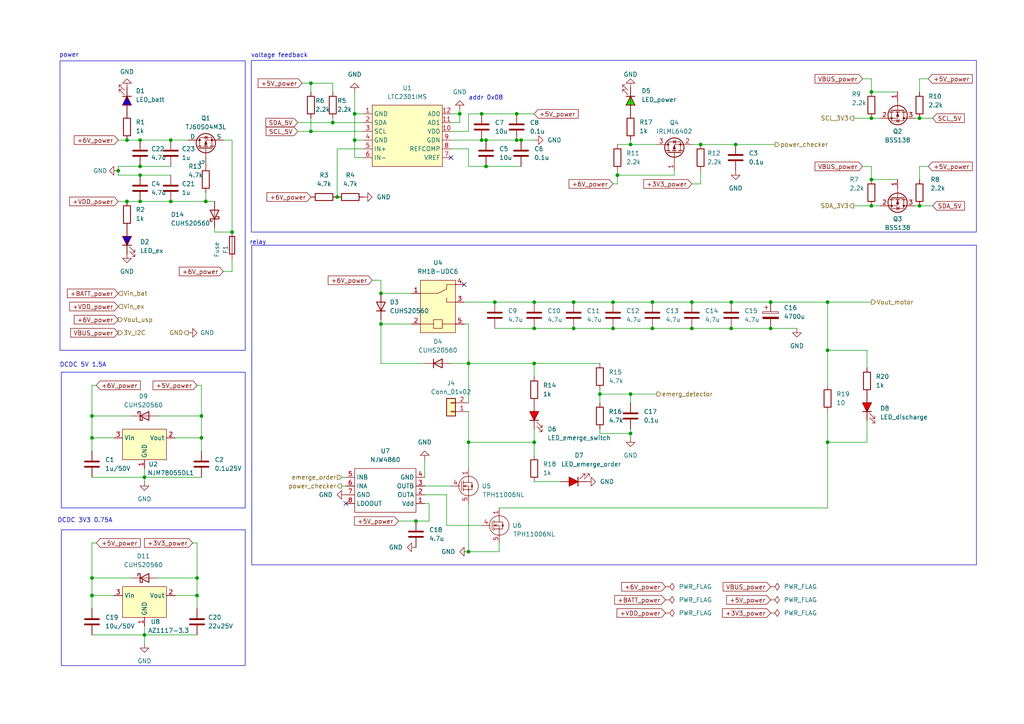
<source format=kicad_sch>
(kicad_sch (version 20230121) (generator eeschema)
  (paper "A4")
  (lib_symbols
    (symbol "Connector_Generic:Conn_01x02" (pin_names (offset 1.016) hide)
      (property "Reference" "J" (at 0 2.54 0))
      (property "Value" "Conn_01x02" (at 0 -5.08 0))
      (symbol "Conn_01x02_1_1"
        (pin passive line (at -5.08 0 0) (length 3.81) (name "Pin_1") (number "1"))
        (pin passive line (at -5.08 -2.54 0) (length 3.81) (name "Pin_2") (number "2"))
      )
    )
    (symbol "Device:C" (pin_numbers hide) (pin_names (offset 0.254))
      (property "Reference" "C" (at 0.635 2.54 0))
      (property "Value" "C" (at 0.635 -2.54 0))
      (symbol "C_1_1"
        (pin passive line (at 0 3.81 270) (length 2.794) (name "~") (number "1"))
        (pin passive line (at 0 -3.81 90) (length 2.794) (name "~") (number "2"))
      )
    )
    (symbol "Device:C_Polarized" (pin_numbers hide) (pin_names (offset 0.254))
      (property "Reference" "C" (at 0.635 2.54 0))
      (property "Value" "C_Polarized" (at 0.635 -2.54 0))
      (symbol "C_Polarized_1_1"
        (pin passive line (at 0 3.81 270) (length 2.794) (name "~") (number "1"))
        (pin passive line (at 0 -3.81 90) (length 2.794) (name "~") (number "2"))
      )
    )
    (symbol "Device:D" (pin_numbers hide) (pin_names (offset 1.016) hide)
      (property "Reference" "D" (at 0 2.54 0))
      (property "Value" "D" (at 0 -2.54 0))
      (symbol "D_1_1"
        (pin passive line (at -3.81 0 0) (length 2.54) (name "K") (number "1"))
        (pin passive line (at 3.81 0 180) (length 2.54) (name "A") (number "2"))
      )
    )
    (symbol "Device:D_Schottky" (pin_numbers hide) (pin_names (offset 1.016) hide)
      (property "Reference" "D" (at 0 2.54 0))
      (property "Value" "D_Schottky" (at 0 -2.54 0))
      (symbol "D_Schottky_1_1"
        (pin passive line (at -3.81 0 0) (length 2.54) (name "K") (number "1"))
        (pin passive line (at 3.81 0 180) (length 2.54) (name "A") (number "2"))
      )
    )
    (symbol "Device:Fuse" (pin_numbers hide) (pin_names (offset 0))
      (property "Reference" "F" (at 2.032 0 90))
      (property "Value" "Fuse" (at -1.905 0 90))
      (symbol "Fuse_1_1"
        (pin passive line (at 0 3.81 270) (length 1.27) (name "~") (number "1"))
        (pin passive line (at 0 -3.81 90) (length 1.27) (name "~") (number "2"))
      )
    )
    (symbol "Device:R" (pin_numbers hide) (pin_names (offset 0))
      (property "Reference" "R" (at 2.032 0 90))
      (property "Value" "R" (at 0 0 90))
      (symbol "R_1_1"
        (pin passive line (at 0 3.81 270) (length 1.27) (name "~") (number "1"))
        (pin passive line (at 0 -3.81 90) (length 1.27) (name "~") (number "2"))
      )
    )
    (symbol "LED_Filled_1" (pin_numbers hide) (pin_names (offset 1.016) hide)
      (property "Reference" "D5" (at -2.8575 2.54 90))
      (property "Value" "LED_Blue" (at -0.3175 2.54 90))
      (symbol "LED_Filled_1_1_1"
        (pin passive line (at -3.81 0 0) (length 2.54) (name "K") (number "1"))
        (pin passive line (at 3.81 0 180) (length 2.54) (name "A") (number "2"))
      )
    )
    (symbol "LED_Filled_2" (pin_numbers hide) (pin_names (offset 1.016) hide)
      (property "Reference" "D1" (at -2.8575 2.54 90))
      (property "Value" "LED_Green" (at -0.3175 2.54 90))
      (symbol "LED_Filled_2_1_1"
        (pin passive line (at -3.81 0 0) (length 2.54) (name "K") (number "1"))
        (pin passive line (at 3.81 0 180) (length 2.54) (name "A") (number "2"))
      )
    )
    (symbol "LED_Filled_3" (pin_numbers hide) (pin_names (offset 1.016) hide)
      (property "Reference" "D6" (at -0.3175 -3.81 90))
      (property "Value" "LED_Red" (at -2.8575 -3.81 90))
      (symbol "LED_Filled_3_1_1"
        (pin passive line (at -3.81 0 0) (length 2.54) (name "K") (number "1"))
        (pin passive line (at 3.81 0 180) (length 2.54) (name "A") (number "2"))
      )
    )
    (symbol "Simulation_SPICE:PMOS" (pin_numbers hide) (pin_names (offset 0))
      (property "Reference" "Q" (at 5.08 1.27 0))
      (property "Value" "PMOS" (at 5.08 -1.27 0))
      (symbol "PMOS_1_1"
        (pin passive line (at 2.54 5.08 270) (length 2.54) (name "D") (number "1"))
        (pin input line (at -5.08 0 0) (length 2.54) (name "G") (number "2"))
        (pin passive line (at 2.54 -5.08 90) (length 2.54) (name "S") (number "3"))
      )
    )
    (symbol "Transistor_FET:BSS138" (pin_names hide)
      (property "Reference" "Q" (at 5.08 1.905 0))
      (property "Value" "BSS138" (at 5.08 0 0))
      (symbol "BSS138_1_1"
        (pin input line (at -5.08 0 0) (length 2.54) (name "G") (number "1"))
        (pin passive line (at 2.54 -5.08 90) (length 2.54) (name "S") (number "2"))
        (pin passive line (at 2.54 5.08 270) (length 2.54) (name "D") (number "3"))
      )
    )
    (symbol "Transistor_FET:IRLML6402" (pin_names hide)
      (property "Reference" "Q" (at 5.08 1.905 0))
      (property "Value" "IRLML6402" (at 5.08 0 0))
      (symbol "IRLML6402_1_1"
        (pin input line (at -5.08 0 0) (length 2.54) (name "G") (number "1"))
        (pin passive line (at 2.54 -5.08 90) (length 2.54) (name "S") (number "2"))
        (pin passive line (at 2.54 5.08 270) (length 2.54) (name "D") (number "3"))
      )
    )
    (symbol "mylib:AZ1117-3.3V"
      (property "Reference" "U" (at 0 6.35 0))
      (symbol "AZ1117-3.3V_1_1"
        (pin passive line (at 0 -8.89 90) (length 2.54) (name "GND") (number "1"))
        (pin passive line (at 8.89 0 180) (length 2.54) (name "Vout") (number "2"))
        (pin passive line (at -8.89 0 0) (length 2.54) (name "Vin") (number "3"))
      )
    )
    (symbol "mylib:G5LE149DC"
      (property "Reference" "U" (at 0 12.7 0))
      (symbol "G5LE149DC_1_1"
        (pin passive line (at -7.62 5.08 0) (length 2.54) (name "") (number "1"))
        (pin passive line (at -7.62 -3.81 0) (length 2.54) (name "") (number "2"))
        (pin passive line (at 7.62 2.54 180) (length 2.54) (name "") (number "3"))
        (pin passive line (at 7.62 7.62 180) (length 2.54) (name "") (number "4"))
        (pin passive line (at 7.62 -3.81 180) (length 2.54) (name "") (number "5"))
      )
    )
    (symbol "mylib:LTC2301IMS"
      (property "Reference" "U" (at 0 15.24 0))
      (symbol "LTC2301IMS_1_1"
        (pin passive line (at -12.7 6.35 0) (length 2.54) (name "GND") (number "1"))
        (pin passive line (at 12.7 1.27 180) (length 2.54) (name "VDD") (number "10"))
        (pin passive line (at 12.7 3.81 180) (length 2.54) (name "AD1") (number "11"))
        (pin passive line (at 12.7 6.35 180) (length 2.54) (name "AD0") (number "12"))
        (pin passive line (at -12.7 3.81 0) (length 2.54) (name "SDA") (number "2"))
        (pin passive line (at -12.7 1.27 0) (length 2.54) (name "SCL") (number "3"))
        (pin passive line (at -12.7 -1.27 0) (length 2.54) (name "GND") (number "4"))
        (pin passive line (at -12.7 -3.81 0) (length 2.54) (name "IN+") (number "5"))
        (pin passive line (at -12.7 -6.35 0) (length 2.54) (name "IN-") (number "6"))
        (pin passive line (at 12.7 -6.35 180) (length 2.54) (name "VREF") (number "7"))
        (pin passive line (at 12.7 -3.81 180) (length 2.54) (name "REFCOMP") (number "8"))
        (pin passive line (at 12.7 -1.27 180) (length 2.54) (name "GDN") (number "9"))
      )
    )
    (symbol "mylib:NJM7805SDL1"
      (property "Reference" "U" (at 0 6.35 0))
      (symbol "NJM7805SDL1_1_1"
        (pin passive line (at 0 -8.89 90) (length 2.54) (name "GND") (number "1"))
        (pin passive line (at 8.89 0 180) (length 2.54) (name "Vout") (number "2"))
        (pin passive line (at -8.89 0 0) (length 2.54) (name "Vin") (number "3"))
      )
    )
    (symbol "mylib:NJW4860"
      (property "Reference" "U" (at 0 8.89 0))
      (symbol "NJW4860_1_1"
        (pin passive line (at -11.43 3.81 0) (length 2.54) (name "Vdd") (number "1"))
        (pin passive line (at -11.43 1.27 0) (length 2.54) (name "OUTA") (number "2"))
        (pin passive line (at -11.43 -1.27 0) (length 2.54) (name "OUTB") (number "3"))
        (pin passive line (at -11.43 -3.81 0) (length 2.54) (name "GND") (number "4"))
        (pin passive line (at 11.43 -3.81 180) (length 2.54) (name "INB") (number "5"))
        (pin passive line (at 11.43 -1.27 180) (length 2.54) (name "INA") (number "6"))
        (pin passive line (at 11.43 1.27 180) (length 2.54) (name "GND") (number "7"))
        (pin passive line (at 11.43 3.81 180) (length 2.54) (name "LDOOUT") (number "8"))
      )
    )
    (symbol "mylib:S17938DP"
      (property "Reference" "U" (at 0 -4.572 0))
      (symbol "S17938DP_1_1"
        (pin passive line (at 5.08 0 180) (length 2.54) (name "") (number "1"))
        (pin passive line (at 5.08 0 180) (length 2.54) hide (name "") (number "2"))
        (pin passive line (at 5.08 0 180) (length 2.54) hide (name "") (number "3"))
        (pin passive line (at 0 5.08 270) (length 2.54) (name "") (number "4"))
        (pin passive line (at -5.08 0 0) (length 2.54) (name "") (number "5"))
        (pin passive line (at -5.08 0 0) (length 2.54) hide (name "") (number "6"))
        (pin passive line (at -5.08 0 0) (length 2.54) hide (name "") (number "7"))
        (pin passive line (at -5.08 0 0) (length 2.54) hide (name "") (number "8"))
      )
    )
    (symbol "power:GND" (power) (pin_names (offset 0))
      (property "Value" "GND" (at 0 -3.81 0))
      (symbol "GND_1_1"
        (pin power_in line (at 0 0 270) (length 0) hide (name "GND") (number "1"))
      )
    )
    (symbol "power:PWR_FLAG" (power) (pin_numbers hide) (pin_names (offset 0) hide)
      (property "Value" "PWR_FLAG" (at 0 3.81 0))
      (symbol "PWR_FLAG_0_0"
        (pin power_out line (at 0 0 90) (length 0) (name "pwr") (number "1"))
      )
    )
  )
  (junction (at 139.7 33.02))
  (junction (at 133.35 33.02))
  (junction (at 151.13 40.64))
  (junction (at 223.52 95.25))
  (junction (at 26.67 167.64))
  (junction (at 240.03 128.27))
  (junction (at 182.88 41.91))
  (junction (at 140.97 48.26))
  (junction (at 143.51 87.63))
  (junction (at 135.89 128.27))
  (junction (at 179.07 50.8))
  (junction (at 41.91 184.15))
  (junction (at 59.69 58.42))
  (junction (at 223.52 87.63))
  (junction (at 57.15 167.64))
  (junction (at 49.53 40.64))
  (junction (at 252.73 34.29))
  (junction (at 154.94 87.63))
  (junction (at 26.67 172.72))
  (junction (at 58.42 127))
  (junction (at 252.73 52.07))
  (junction (at 154.94 105.41))
  (junction (at 173.99 114.3))
  (junction (at 240.03 87.63))
  (junction (at 40.64 48.26))
  (junction (at 49.53 58.42))
  (junction (at 102.87 40.64))
  (junction (at 166.37 95.25))
  (junction (at 189.23 95.25))
  (junction (at 213.36 41.91))
  (junction (at 266.7 34.29))
  (junction (at 26.67 127))
  (junction (at 110.49 93.98))
  (junction (at 40.64 58.42))
  (junction (at 36.83 40.64))
  (junction (at 58.42 120.65))
  (junction (at 96.52 35.56))
  (junction (at 266.7 59.69))
  (junction (at 67.31 67.31))
  (junction (at 154.94 95.25))
  (junction (at 120.65 151.13))
  (junction (at 135.89 105.41))
  (junction (at 90.17 38.1))
  (junction (at 57.15 172.72))
  (junction (at 240.03 101.6))
  (junction (at 212.09 95.25))
  (junction (at 166.37 87.63))
  (junction (at 203.2 41.91))
  (junction (at 154.94 128.27))
  (junction (at 177.8 95.25))
  (junction (at 182.88 114.3))
  (junction (at 110.49 85.09))
  (junction (at 102.87 33.02))
  (junction (at 26.67 120.65))
  (junction (at 140.97 40.64))
  (junction (at 40.64 40.64))
  (junction (at 36.83 58.42))
  (junction (at 135.89 160.02))
  (junction (at 252.73 26.67))
  (junction (at 200.66 95.25))
  (junction (at 252.73 59.69))
  (junction (at 182.88 125.73))
  (junction (at 41.91 138.43))
  (junction (at 149.86 33.02))
  (junction (at 177.8 87.63))
  (junction (at 34.29 49.53))
  (junction (at 90.17 24.13))
  (junction (at 149.86 40.64))
  (junction (at 139.7 40.64))
  (junction (at 200.66 87.63))
  (junction (at 40.64 50.8))
  (junction (at 189.23 87.63))
  (junction (at 212.09 87.63))
  (junction (at 97.79 57.15))
  (no_connect (at 100.33 146.05))
  (no_connect (at 134.62 82.55))
  (no_connect (at 130.81 45.72))
  (wire (pts (xy 143.51 87.63) (xy 154.94 87.63)))
  (wire (pts (xy 251.46 128.27) (xy 251.46 121.92)))
  (wire (pts (xy 247.65 59.69) (xy 252.73 59.69)))
  (wire (pts (xy 143.51 95.25) (xy 154.94 95.25)))
  (wire (pts (xy 179.07 49.53) (xy 179.07 50.8)))
  (wire (pts (xy 179.07 50.8) (xy 195.58 50.8)))
  (wire (pts (xy 135.89 93.98) (xy 135.89 105.41)))
  (wire (pts (xy 26.67 167.64) (xy 26.67 172.72)))
  (wire (pts (xy 124.46 151.13) (xy 124.46 146.05)))
  (wire (pts (xy 55.88 157.48) (xy 57.15 157.48)))
  (wire (pts (xy 49.53 58.42) (xy 59.69 58.42)))
  (wire (pts (xy 64.77 78.74) (xy 67.31 78.74)))
  (wire (pts (xy 173.99 113.03) (xy 173.99 114.3)))
  (wire (pts (xy 252.73 34.29) (xy 255.27 34.29)))
  (wire (pts (xy 102.87 45.72) (xy 102.87 40.64)))
  (wire (pts (xy 58.42 111.76) (xy 58.42 120.65)))
  (wire (pts (xy 265.43 34.29) (xy 266.7 34.29)))
  (wire (pts (xy 182.88 41.91) (xy 190.5 41.91)))
  (wire (pts (xy 135.89 48.26) (xy 140.97 48.26)))
  (wire (pts (xy 252.73 59.69) (xy 255.27 59.69)))
  (wire (pts (xy 203.2 53.34) (xy 200.66 53.34)))
  (wire (pts (xy 173.99 114.3) (xy 173.99 116.84)))
  (wire (pts (xy 59.69 58.42) (xy 62.23 58.42)))
  (wire (pts (xy 252.73 22.86) (xy 252.73 26.67)))
  (wire (pts (xy 96.52 34.29) (xy 96.52 35.56)))
  (wire (pts (xy 110.49 81.28) (xy 110.49 85.09)))
  (wire (pts (xy 135.89 146.05) (xy 135.89 160.02)))
  (wire (pts (xy 240.03 87.63) (xy 240.03 101.6)))
  (wire (pts (xy 266.7 48.26) (xy 269.24 48.26)))
  (wire (pts (xy 59.69 58.42) (xy 59.69 55.88)))
  (wire (pts (xy 97.79 43.18) (xy 105.41 43.18)))
  (wire (pts (xy 166.37 95.25) (xy 177.8 95.25)))
  (wire (pts (xy 40.64 40.64) (xy 49.53 40.64)))
  (wire (pts (xy 154.94 124.46) (xy 154.94 128.27)))
  (wire (pts (xy 240.03 101.6) (xy 251.46 101.6)))
  (wire (pts (xy 86.36 38.1) (xy 90.17 38.1)))
  (wire (pts (xy 45.72 120.65) (xy 58.42 120.65)))
  (wire (pts (xy 212.09 95.25) (xy 223.52 95.25)))
  (wire (pts (xy 41.91 138.43) (xy 58.42 138.43)))
  (wire (pts (xy 115.57 151.13) (xy 120.65 151.13)))
  (wire (pts (xy 34.29 49.53) (xy 34.29 48.26)))
  (wire (pts (xy 102.87 33.02) (xy 105.41 33.02)))
  (wire (pts (xy 173.99 125.73) (xy 182.88 125.73)))
  (wire (pts (xy 110.49 92.71) (xy 110.49 93.98)))
  (wire (pts (xy 102.87 40.64) (xy 102.87 33.02)))
  (wire (pts (xy 240.03 128.27) (xy 240.03 147.32)))
  (wire (pts (xy 189.23 95.25) (xy 200.66 95.25)))
  (wire (pts (xy 50.8 172.72) (xy 57.15 172.72)))
  (wire (pts (xy 154.94 95.25) (xy 166.37 95.25)))
  (wire (pts (xy 134.62 93.98) (xy 135.89 93.98)))
  (wire (pts (xy 247.65 34.29) (xy 252.73 34.29)))
  (wire (pts (xy 102.87 33.02) (xy 102.87 26.67)))
  (wire (pts (xy 26.67 184.15) (xy 41.91 184.15)))
  (wire (pts (xy 34.29 58.42) (xy 36.83 58.42)))
  (wire (pts (xy 266.7 22.86) (xy 266.7 26.67)))
  (wire (pts (xy 154.94 105.41) (xy 173.99 105.41)))
  (wire (pts (xy 135.89 33.02) (xy 139.7 33.02)))
  (wire (pts (xy 90.17 24.13) (xy 90.17 26.67)))
  (wire (pts (xy 130.81 43.18) (xy 135.89 43.18)))
  (wire (pts (xy 36.83 40.64) (xy 40.64 40.64)))
  (wire (pts (xy 26.67 120.65) (xy 38.1 120.65)))
  (wire (pts (xy 26.67 127) (xy 33.02 127)))
  (wire (pts (xy 135.89 128.27) (xy 135.89 135.89)))
  (wire (pts (xy 86.36 35.56) (xy 96.52 35.56)))
  (wire (pts (xy 130.81 35.56) (xy 133.35 35.56)))
  (wire (pts (xy 173.99 114.3) (xy 182.88 114.3)))
  (wire (pts (xy 107.95 81.28) (xy 110.49 81.28)))
  (wire (pts (xy 149.86 40.64) (xy 151.13 40.64)))
  (wire (pts (xy 67.31 78.74) (xy 67.31 74.93)))
  (wire (pts (xy 26.67 172.72) (xy 33.02 172.72)))
  (wire (pts (xy 189.23 87.63) (xy 200.66 87.63)))
  (wire (pts (xy 154.94 139.7) (xy 162.56 139.7)))
  (wire (pts (xy 140.97 40.64) (xy 149.86 40.64)))
  (wire (pts (xy 135.89 105.41) (xy 135.89 116.84)))
  (wire (pts (xy 266.7 22.86) (xy 269.24 22.86)))
  (wire (pts (xy 200.66 87.63) (xy 212.09 87.63)))
  (wire (pts (xy 135.89 43.18) (xy 135.89 48.26)))
  (wire (pts (xy 105.41 45.72) (xy 102.87 45.72)))
  (wire (pts (xy 62.23 67.31) (xy 67.31 67.31)))
  (wire (pts (xy 154.94 128.27) (xy 154.94 132.08)))
  (wire (pts (xy 182.88 114.3) (xy 190.5 114.3)))
  (wire (pts (xy 45.72 167.64) (xy 57.15 167.64)))
  (wire (pts (xy 57.15 111.76) (xy 58.42 111.76)))
  (wire (pts (xy 40.64 58.42) (xy 49.53 58.42)))
  (wire (pts (xy 250.19 22.86) (xy 252.73 22.86)))
  (wire (pts (xy 41.91 138.43) (xy 41.91 139.7)))
  (wire (pts (xy 40.64 48.26) (xy 49.53 48.26)))
  (wire (pts (xy 134.62 87.63) (xy 143.51 87.63)))
  (wire (pts (xy 27.94 111.76) (xy 26.67 111.76)))
  (wire (pts (xy 34.29 48.26) (xy 40.64 48.26)))
  (wire (pts (xy 41.91 184.15) (xy 57.15 184.15)))
  (wire (pts (xy 200.66 95.25) (xy 212.09 95.25)))
  (wire (pts (xy 87.63 24.13) (xy 90.17 24.13)))
  (wire (pts (xy 133.35 35.56) (xy 133.35 33.02)))
  (wire (pts (xy 133.35 33.02) (xy 133.35 31.75)))
  (wire (pts (xy 151.13 40.64) (xy 154.94 40.64)))
  (wire (pts (xy 182.88 125.73) (xy 182.88 127)))
  (wire (pts (xy 41.91 181.61) (xy 41.91 184.15)))
  (wire (pts (xy 154.94 87.63) (xy 166.37 87.63)))
  (wire (pts (xy 123.19 105.41) (xy 110.49 105.41)))
  (wire (pts (xy 212.09 87.63) (xy 223.52 87.63)))
  (wire (pts (xy 26.67 120.65) (xy 26.67 127)))
  (wire (pts (xy 195.58 50.8) (xy 195.58 49.53)))
  (wire (pts (xy 67.31 40.64) (xy 67.31 67.31)))
  (wire (pts (xy 50.8 127) (xy 58.42 127)))
  (wire (pts (xy 252.73 26.67) (xy 260.35 26.67)))
  (wire (pts (xy 265.43 59.69) (xy 266.7 59.69)))
  (wire (pts (xy 240.03 101.6) (xy 240.03 111.76)))
  (wire (pts (xy 26.67 138.43) (xy 41.91 138.43)))
  (wire (pts (xy 41.91 135.89) (xy 41.91 138.43)))
  (wire (pts (xy 130.81 40.64) (xy 139.7 40.64)))
  (wire (pts (xy 99.06 138.43) (xy 100.33 138.43)))
  (wire (pts (xy 149.86 33.02) (xy 154.94 33.02)))
  (wire (pts (xy 40.64 50.8) (xy 34.29 50.8)))
  (wire (pts (xy 139.7 33.02) (xy 149.86 33.02)))
  (wire (pts (xy 124.46 146.05) (xy 123.19 146.05)))
  (wire (pts (xy 64.77 40.64) (xy 67.31 40.64)))
  (wire (pts (xy 203.2 41.91) (xy 213.36 41.91)))
  (wire (pts (xy 49.53 40.64) (xy 54.61 40.64)))
  (wire (pts (xy 173.99 124.46) (xy 173.99 125.73)))
  (wire (pts (xy 26.67 127) (xy 26.67 130.81)))
  (wire (pts (xy 144.78 160.02) (xy 135.89 160.02)))
  (wire (pts (xy 27.94 157.48) (xy 26.67 157.48)))
  (wire (pts (xy 57.15 157.48) (xy 57.15 167.64)))
  (wire (pts (xy 240.03 119.38) (xy 240.03 128.27)))
  (wire (pts (xy 177.8 87.63) (xy 189.23 87.63)))
  (wire (pts (xy 102.87 40.64) (xy 105.41 40.64)))
  (wire (pts (xy 110.49 93.98) (xy 119.38 93.98)))
  (wire (pts (xy 26.67 157.48) (xy 26.67 167.64)))
  (wire (pts (xy 266.7 48.26) (xy 266.7 52.07)))
  (wire (pts (xy 99.06 140.97) (xy 100.33 140.97)))
  (wire (pts (xy 123.19 133.35) (xy 123.19 138.43)))
  (wire (pts (xy 166.37 87.63) (xy 177.8 87.63)))
  (wire (pts (xy 200.66 41.91) (xy 203.2 41.91)))
  (wire (pts (xy 252.73 48.26) (xy 252.73 52.07)))
  (wire (pts (xy 240.03 87.63) (xy 252.73 87.63)))
  (wire (pts (xy 58.42 127) (xy 58.42 130.81)))
  (wire (pts (xy 140.97 48.26) (xy 151.13 48.26)))
  (wire (pts (xy 96.52 24.13) (xy 96.52 26.67)))
  (wire (pts (xy 135.89 105.41) (xy 130.81 105.41)))
  (wire (pts (xy 34.29 40.64) (xy 36.83 40.64)))
  (wire (pts (xy 62.23 66.04) (xy 62.23 67.31)))
  (wire (pts (xy 182.88 124.46) (xy 182.88 125.73)))
  (wire (pts (xy 130.81 33.02) (xy 133.35 33.02)))
  (wire (pts (xy 144.78 157.48) (xy 144.78 160.02)))
  (wire (pts (xy 97.79 43.18) (xy 97.79 57.15)))
  (wire (pts (xy 203.2 49.53) (xy 203.2 53.34)))
  (wire (pts (xy 90.17 34.29) (xy 90.17 38.1)))
  (wire (pts (xy 57.15 167.64) (xy 57.15 172.72)))
  (wire (pts (xy 177.8 95.25) (xy 189.23 95.25)))
  (wire (pts (xy 58.42 120.65) (xy 58.42 127)))
  (wire (pts (xy 223.52 95.25) (xy 231.14 95.25)))
  (wire (pts (xy 120.65 151.13) (xy 124.46 151.13)))
  (wire (pts (xy 90.17 24.13) (xy 96.52 24.13)))
  (wire (pts (xy 182.88 40.64) (xy 182.88 41.91)))
  (wire (pts (xy 135.89 128.27) (xy 154.94 128.27)))
  (wire (pts (xy 96.52 35.56) (xy 105.41 35.56)))
  (wire (pts (xy 250.19 48.26) (xy 252.73 48.26)))
  (wire (pts (xy 49.53 50.8) (xy 40.64 50.8)))
  (wire (pts (xy 144.78 147.32) (xy 240.03 147.32)))
  (wire (pts (xy 251.46 101.6) (xy 251.46 106.68)))
  (wire (pts (xy 135.89 105.41) (xy 154.94 105.41)))
  (wire (pts (xy 179.07 53.34) (xy 179.07 50.8)))
  (wire (pts (xy 41.91 184.15) (xy 41.91 186.69)))
  (wire (pts (xy 129.54 143.51) (xy 129.54 152.4)))
  (wire (pts (xy 154.94 105.41) (xy 154.94 109.22)))
  (wire (pts (xy 34.29 50.8) (xy 34.29 49.53)))
  (wire (pts (xy 223.52 87.63) (xy 240.03 87.63)))
  (wire (pts (xy 177.8 53.34) (xy 179.07 53.34)))
  (wire (pts (xy 266.7 34.29) (xy 270.51 34.29)))
  (wire (pts (xy 123.19 143.51) (xy 129.54 143.51)))
  (wire (pts (xy 90.17 38.1) (xy 105.41 38.1)))
  (wire (pts (xy 26.67 111.76) (xy 26.67 120.65)))
  (wire (pts (xy 139.7 40.64) (xy 140.97 40.64)))
  (wire (pts (xy 135.89 38.1) (xy 135.89 33.02)))
  (wire (pts (xy 57.15 172.72) (xy 57.15 176.53)))
  (wire (pts (xy 129.54 152.4) (xy 139.7 152.4)))
  (wire (pts (xy 240.03 128.27) (xy 251.46 128.27)))
  (wire (pts (xy 110.49 105.41) (xy 110.49 93.98)))
  (wire (pts (xy 213.36 41.91) (xy 224.79 41.91)))
  (wire (pts (xy 252.73 52.07) (xy 260.35 52.07)))
  (wire (pts (xy 123.19 140.97) (xy 130.81 140.97)))
  (wire (pts (xy 182.88 114.3) (xy 182.88 116.84)))
  (wire (pts (xy 135.89 119.38) (xy 135.89 128.27)))
  (wire (pts (xy 110.49 85.09) (xy 119.38 85.09)))
  (wire (pts (xy 36.83 58.42) (xy 40.64 58.42)))
  (wire (pts (xy 26.67 172.72) (xy 26.67 176.53)))
  (wire (pts (xy 130.81 38.1) (xy 135.89 38.1)))
  (wire (pts (xy 26.67 167.64) (xy 38.1 167.64)))
  (wire (pts (xy 179.07 41.91) (xy 182.88 41.91)))
  (wire (pts (xy 266.7 59.69) (xy 270.51 59.69)))
  (rectangle (start 17.399 17.653) (end 71.12 101.6))
  (rectangle (start 72.898 17.526) (end 283.21 67.31))
  (rectangle (start 17.78 153.67) (end 71.12 193.04))
  (rectangle (start 73.025 71.12) (end 283.21 163.83))
  (rectangle (start 17.78 107.95) (end 71.12 147.32))
  (text "relay" (at 72.39 71.12 0) (effects (font (size 1.27 1.27)) (justify left bottom)))
  (text "addr 0x08" (at 135.89 29.21 0) (effects (font (size 1.27 1.27)) (justify left bottom)))
  (text "voltage feedback\n" (at 72.771 16.891 0) (effects (font (size 1.27 1.27)) (justify left bottom)))
  (text "DCDC 3V3 0.75A" (at 16.637 151.765 0) (effects (font (size 1.27 1.27)) (justify left bottom)))
  (text "DCDC 5V 1.5A" (at 17.272 106.68 0) (effects (font (size 1.27 1.27)) (justify left bottom)))
  (text "power\n" (at 17.145 16.764 0) (effects (font (size 1.27 1.27)) (justify left bottom)))
  (global_label "VBUS_power" (shape input) (at 250.19 22.86 180) (property "Intersheetrefs" "${INTERSHEET_REFS}" (effects hide)))
  (global_label "+3V3_power" (shape input) (at 223.52 177.8 180) (property "Intersheetrefs" "${INTERSHEET_REFS}" (effects hide)))
  (global_label "+6V_power" (shape input) (at 34.29 92.71 180) (property "Intersheetrefs" "${INTERSHEET_REFS}" (effects hide)))
  (global_label "VBUS_power" (shape input) (at 34.29 96.52 180) (property "Intersheetrefs" "${INTERSHEET_REFS}" (effects hide)))
  (global_label "+VDD_power" (shape input) (at 193.04 177.8 180) (property "Intersheetrefs" "${INTERSHEET_REFS}" (effects hide)))
  (global_label "+3V3_power" (shape input) (at 55.88 157.48 180) (property "Intersheetrefs" "${INTERSHEET_REFS}" (effects hide)))
  (global_label "SCL_5V" (shape input) (at 86.36 38.1 180) (property "Intersheetrefs" "${INTERSHEET_REFS}" (effects hide)))
  (global_label "+VDD_power" (shape input) (at 34.29 58.42 180) (property "Intersheetrefs" "${INTERSHEET_REFS}" (effects hide)))
  (global_label "+5V_power" (shape input) (at 154.94 33.02 0) (property "Intersheetrefs" "${INTERSHEET_REFS}" (effects hide)))
  (global_label "SDA_5V" (shape input) (at 86.36 35.56 180) (property "Intersheetrefs" "${INTERSHEET_REFS}" (effects hide)))
  (global_label "+6V_power" (shape input) (at 34.29 40.64 180) (property "Intersheetrefs" "${INTERSHEET_REFS}" (effects hide)))
  (global_label "SCL_5V" (shape input) (at 270.51 34.29 0) (property "Intersheetrefs" "${INTERSHEET_REFS}" (effects hide)))
  (global_label "+VDD_power" (shape input) (at 34.29 88.9 180) (property "Intersheetrefs" "${INTERSHEET_REFS}" (effects hide)))
  (global_label "+BATT_power" (shape input) (at 193.04 173.99 180) (property "Intersheetrefs" "${INTERSHEET_REFS}" (effects hide)))
  (global_label "+6V_power" (shape input) (at 107.95 81.28 180) (property "Intersheetrefs" "${INTERSHEET_REFS}" (effects hide)))
  (global_label "VBUS_power" (shape input) (at 223.52 170.18 180) (property "Intersheetrefs" "${INTERSHEET_REFS}" (effects hide)))
  (global_label "+5V_power" (shape input) (at 223.52 173.99 180) (property "Intersheetrefs" "${INTERSHEET_REFS}" (effects hide)))
  (global_label "+5V_power" (shape input) (at 57.15 111.76 180) (property "Intersheetrefs" "${INTERSHEET_REFS}" (effects hide)))
  (global_label "+5V_power" (shape input) (at 87.63 24.13 180) (property "Intersheetrefs" "${INTERSHEET_REFS}" (effects hide)))
  (global_label "+5V_power" (shape input) (at 115.57 151.13 180) (property "Intersheetrefs" "${INTERSHEET_REFS}" (effects hide)))
  (global_label "+5V_power" (shape input) (at 269.24 48.26 0) (property "Intersheetrefs" "${INTERSHEET_REFS}" (effects hide)))
  (global_label "VBUS_power" (shape input) (at 250.19 48.26 180) (property "Intersheetrefs" "${INTERSHEET_REFS}" (effects hide)))
  (global_label "+6V_power" (shape input) (at 90.17 57.15 180) (property "Intersheetrefs" "${INTERSHEET_REFS}" (effects hide)))
  (global_label "+6V_power" (shape input) (at 177.8 53.34 180) (property "Intersheetrefs" "${INTERSHEET_REFS}" (effects hide)))
  (global_label "+5V_power" (shape input) (at 269.24 22.86 0) (property "Intersheetrefs" "${INTERSHEET_REFS}" (effects hide)))
  (global_label "+6V_power" (shape input) (at 27.94 111.76 0) (property "Intersheetrefs" "${INTERSHEET_REFS}" (effects hide)))
  (global_label "+3V3_power" (shape input) (at 200.66 53.34 180) (property "Intersheetrefs" "${INTERSHEET_REFS}" (effects hide)))
  (global_label "+6V_power" (shape input) (at 64.77 78.74 180) (property "Intersheetrefs" "${INTERSHEET_REFS}" (effects hide)))
  (global_label "+BATT_power" (shape input) (at 34.29 85.09 180) (property "Intersheetrefs" "${INTERSHEET_REFS}" (effects hide)))
  (global_label "SDA_5V" (shape input) (at 270.51 59.69 0) (property "Intersheetrefs" "${INTERSHEET_REFS}" (effects hide)))
  (global_label "+6V_power" (shape input) (at 193.04 170.18 180) (property "Intersheetrefs" "${INTERSHEET_REFS}" (effects hide)))
  (global_label "+5V_power" (shape input) (at 27.94 157.48 0) (property "Intersheetrefs" "${INTERSHEET_REFS}" (effects hide)))
  (hierarchical_label "Vin_bat" (shape input) (at 34.29 85.09 0))
  (hierarchical_label "power_checker" (shape output) (at 224.79 41.91 0))
  (hierarchical_label "emerge_order" (shape input) (at 99.06 138.43 180))
  (hierarchical_label "power_checker" (shape output) (at 99.06 140.97 180))
  (hierarchical_label "Vin_ex" (shape input) (at 34.29 88.9 0))
  (hierarchical_label "GND" (shape output) (at 54.61 96.52 180))
  (hierarchical_label "SDA_3V3" (shape output) (at 247.65 59.69 180))
  (hierarchical_label "Vout_motor" (shape output) (at 252.73 87.63 0))
  (hierarchical_label "3V_I2C" (shape output) (at 34.29 96.52 0))
  (hierarchical_label "Vout_usp" (shape output) (at 34.29 92.71 0))
  (hierarchical_label "emerg_detector" (shape output) (at 190.5 114.3 0))
  (hierarchical_label "SCL_3V3" (shape output) (at 247.65 34.29 180))
  (symbol (lib_id "Device:C") (at 177.8 91.44 0) (unit 1)
    (property "Reference" "C12" (at 181.61 90.17 0) (effects (justify left)))
    (property "Value" "4.7u" (at 181.61 92.71 0) (effects (justify left)))
    (property "Footprint" "Capacitor_SMD:C_0603_1608Metric_Pad1.08x0.95mm_HandSolder" (effects hide))
  )
  (symbol (lib_id "Device:R") (at 59.69 52.07 0) (unit 1)
    (property "Reference" "R13" (at 54.61 48.26 0) (effects (justify left)))
    (property "Value" "4.7k" (at 54.61 50.8 0) (effects (justify left)))
    (property "Footprint" "Resistor_SMD:R_0603_1608Metric_Pad0.98x0.95mm_HandSolder" (effects hide))
  )
  (symbol (lib_id "mylib:G5LE149DC") (at 127 90.17 0) (unit 1)
    (property "Reference" "U4" (at 127 76.2 0))
    (property "Value" "RH1B-UDC6" (at 127 78.74 0))
  )
  (symbol (lib_id "Device:C") (at 213.36 45.72 0) (unit 1)
    (property "Reference" "C3" (at 217.17 44.45 0) (effects (justify left)))
    (property "Value" "0.1u" (at 217.17 46.99 0) (effects (justify left)))
    (property "Footprint" "Capacitor_SMD:C_0603_1608Metric_Pad1.08x0.95mm_HandSolder" (effects hide))
  )
  (symbol (lib_id "power:GND") (at 182.88 127 0) (unit 1)
    (property "Reference" "#PWR037" (effects hide))
    (property "Value" "GND" (at 182.88 132.08 0))
  )
  (symbol (lib_id "power:PWR_FLAG") (at 193.04 177.8 270) (unit 1)
    (property "Reference" "#FLG03" (effects hide))
    (property "Value" "PWR_FLAG" (at 196.85 177.8 90) (effects (justify left)))
  )
  (symbol (lib_id "mylib:AZ1117-3.3V") (at 41.91 172.72 0) (unit 1)
    (property "Reference" "U8" (at 45.085 180.34 0))
    (property "Value" "AZ1117-3.3" (at 48.895 182.88 0))
    (property "Footprint" "Package_TO_SOT_SMD:SOT-223-3_TabPin2" (effects hide))
  )
  (symbol (lib_id "Device:D") (at 110.49 88.9 90) (unit 1)
    (property "Reference" "D3" (at 113.03 87.63 90) (effects (justify right)))
    (property "Value" "CUHS20560" (at 113.03 90.17 90) (effects (justify right)))
    (property "Footprint" "Diode:Diode_US2H" (effects hide))
    (property "Sim.Device" "D" (effects hide))
    (property "Sim.Pins" "1=K 2=A" (effects hide))
  )
  (symbol (lib_id "power:GND") (at 213.36 49.53 0) (unit 1)
    (property "Reference" "#PWR048" (effects hide))
    (property "Value" "GND" (at 213.36 54.61 0))
  )
  (symbol (lib_id "power:PWR_FLAG") (at 223.52 170.18 270) (unit 1)
    (property "Reference" "#FLG07" (effects hide))
    (property "Value" "PWR_FLAG" (at 227.33 170.18 90) (effects (justify left)))
  )
  (symbol (lib_id "Device:C") (at 154.94 91.44 0) (unit 1)
    (property "Reference" "C10" (at 158.75 90.17 0) (effects (justify left)))
    (property "Value" "4.7u" (at 158.75 92.71 0) (effects (justify left)))
    (property "Footprint" "Capacitor_SMD:C_0603_1608Metric_Pad1.08x0.95mm_HandSolder" (effects hide))
  )
  (symbol (lib_id "Device:C") (at 189.23 91.44 0) (unit 1)
    (property "Reference" "C13" (at 193.04 90.17 0) (effects (justify left)))
    (property "Value" "4.7u" (at 193.04 92.71 0) (effects (justify left)))
    (property "Footprint" "Capacitor_SMD:C_0603_1608Metric_Pad1.08x0.95mm_HandSolder" (effects hide))
  )
  (symbol (lib_id "Device:C") (at 139.7 36.83 0) (unit 1)
    (property "Reference" "C7" (at 143.51 35.56 0) (effects (justify left)))
    (property "Value" "10u" (at 143.51 38.1 0) (effects (justify left)))
    (property "Footprint" "Capacitor_SMD:C_1206_3216Metric_Pad1.33x1.80mm_HandSolder" (effects hide))
  )
  (symbol (lib_id "power:GND") (at 182.88 25.4 180) (unit 1)
    (property "Reference" "#PWR038" (effects hide))
    (property "Value" "GND" (at 182.88 21.59 0))
  )
  (symbol (lib_id "power:GND") (at 154.94 40.64 90) (unit 1)
    (property "Reference" "#PWR028" (effects hide))
    (property "Value" "GND" (at 158.75 40.64 90) (effects (justify right)))
  )
  (symbol (lib_id "power:GND") (at 170.18 139.7 90) (unit 1)
    (property "Reference" "#PWR039" (effects hide))
    (property "Value" "GND" (at 173.99 139.7 90) (effects (justify right)))
  )
  (symbol (lib_name "LED_Filled_3") (lib_id "Device:LED_Filled") (at 166.37 139.7 180) (unit 1)
    (property "Reference" "D7" (at 167.9575 132.08 0))
    (property "Value" "LED_emerge_order" (at 171.45 134.62 0))
    (property "Footprint" "LED_SMD:LED_0603_1608Metric_Pad1.05x0.95mm_HandSolder" (effects hide))
  )
  (symbol (lib_id "mylib:LTC2301IMS") (at 118.11 39.37 0) (unit 1)
    (property "Reference" "U1" (at 118.11 25.527 0))
    (property "Value" "LTC2301IMS" (at 118.11 28.067 0))
    (property "Footprint" "Package_DFN_QFN:TDFN-12_2x3mm_P0.5mm" (effects hide))
  )
  (symbol (lib_id "Device:R") (at 203.2 45.72 0) (unit 1)
    (property "Reference" "R12" (at 205.105 44.45 0) (effects (justify left)))
    (property "Value" "2.2k" (at 205.105 46.99 0) (effects (justify left)))
    (property "Footprint" "Resistor_SMD:R_0603_1608Metric_Pad0.98x0.95mm_HandSolder" (effects hide))
  )
  (symbol (lib_name "LED_Filled_2") (lib_id "Device:LED_Filled") (at 36.83 29.21 270) (unit 1)
    (property "Reference" "D1" (at 39.37 26.3525 90) (effects (justify left)))
    (property "Value" "LED_batt" (at 39.37 28.8925 90) (effects (justify left)))
    (property "Footprint" "LED_SMD:LED_0603_1608Metric_Pad1.05x0.95mm_HandSolder" (effects hide))
  )
  (symbol (lib_id "power:GND") (at 231.14 95.25 0) (unit 1)
    (property "Reference" "#PWR036" (effects hide))
    (property "Value" "GND" (at 231.14 100.33 0))
  )
  (symbol (lib_id "Device:C") (at 40.64 44.45 0) (unit 1)
    (property "Reference" "C22" (at 43.815 43.18 0) (effects (justify left)))
    (property "Value" "4.7u" (at 43.815 45.72 0) (effects (justify left)))
    (property "Footprint" "Capacitor_SMD:C_0603_1608Metric_Pad1.08x0.95mm_HandSolder" (effects hide))
  )
  (symbol (lib_id "Device:Fuse") (at 67.31 71.12 0) (unit 1)
    (property "Reference" "F1" (at 65.405 72.39 90))
    (property "Value" "Fuse" (at 62.865 72.39 90))
  )
  (symbol (lib_id "power:PWR_FLAG") (at 193.04 170.18 270) (unit 1)
    (property "Reference" "#FLG04" (effects hide))
    (property "Value" "PWR_FLAG" (at 196.85 170.18 90) (effects (justify left)))
  )
  (symbol (lib_id "Device:R") (at 36.83 36.83 0) (unit 1)
    (property "Reference" "R1" (at 39.37 35.433 0) (effects (justify left)))
    (property "Value" "1k" (at 39.37 37.973 0) (effects (justify left)))
    (property "Footprint" "Resistor_SMD:R_0603_1608Metric_Pad0.98x0.95mm_HandSolder" (effects hide))
  )
  (symbol (lib_id "Device:R") (at 36.83 62.23 0) (unit 1)
    (property "Reference" "R2" (at 39.37 60.833 0) (effects (justify left)))
    (property "Value" "1k" (at 39.37 63.373 0) (effects (justify left)))
    (property "Footprint" "Resistor_SMD:R_0603_1608Metric_Pad0.98x0.95mm_HandSolder" (effects hide))
  )
  (symbol (lib_id "Device:C") (at 212.09 91.44 0) (unit 1)
    (property "Reference" "C15" (at 215.9 90.17 0) (effects (justify left)))
    (property "Value" "4.7u" (at 215.9 92.71 0) (effects (justify left)))
    (property "Footprint" "Capacitor_SMD:C_0603_1608Metric_Pad1.08x0.95mm_HandSolder" (effects hide))
  )
  (symbol (lib_id "Device:R") (at 252.73 30.48 0) (unit 1)
    (property "Reference" "R9" (at 247.015 27.305 0) (effects (justify left)))
    (property "Value" "2.2k" (at 247.015 29.845 0) (effects (justify left)))
    (property "Footprint" "Resistor_SMD:R_0603_1608Metric_Pad0.98x0.95mm_HandSolder" (effects hide))
  )
  (symbol (lib_id "Device:R") (at 101.6 57.15 90) (unit 1)
    (property "Reference" "R4" (at 101.6 50.8 90))
    (property "Value" "4.7k" (at 101.6 53.34 90))
    (property "Footprint" "Resistor_SMD:R_0603_1608Metric_Pad0.98x0.95mm_HandSolder" (effects hide))
  )
  (symbol (lib_id "Device:C") (at 57.15 180.34 0) (unit 1)
    (property "Reference" "C20" (at 60.325 179.07 0) (effects (justify left)))
    (property "Value" "22u25V" (at 60.325 181.61 0) (effects (justify left)))
  )
  (symbol (lib_id "Device:D") (at 127 105.41 0) (unit 1)
    (property "Reference" "D4" (at 127 99.06 0))
    (property "Value" "CUHS20560" (at 127 101.6 0))
    (property "Footprint" "Diode:Diode_US2H" (effects hide))
    (property "Sim.Device" "D" (effects hide))
    (property "Sim.Pins" "1=K 2=A" (effects hide))
  )
  (symbol (lib_id "power:GND") (at 133.35 31.75 180) (unit 1)
    (property "Reference" "#PWR018" (effects hide))
    (property "Value" "GND" (at 133.35 26.67 0))
  )
  (symbol (lib_id "mylib:S17938DP") (at 144.78 152.4 90) (unit 1)
    (property "Reference" "U6" (at 148.59 152.4 90) (effects (justify right)))
    (property "Value" "TPH11006NL" (at 154.94 154.94 90))
  )
  (symbol (lib_id "Device:R") (at 266.7 55.88 0) (unit 1)
    (property "Reference" "R8" (at 269.875 52.07 0) (effects (justify left)))
    (property "Value" "2.2k" (at 269.875 54.61 0) (effects (justify left)))
    (property "Footprint" "Resistor_SMD:R_0603_1608Metric_Pad0.98x0.95mm_HandSolder" (effects hide))
  )
  (symbol (lib_id "Device:R") (at 90.17 30.48 0) (unit 1)
    (property "Reference" "R6" (at 91.44 29.21 0) (effects (justify left)))
    (property "Value" "2.2k" (at 91.44 31.75 0) (effects (justify left)))
    (property "Footprint" "Resistor_SMD:R_0603_1608Metric_Pad0.98x0.95mm_HandSolder" (effects hide))
  )
  (symbol (lib_id "Device:C") (at 120.65 154.94 0) (unit 1)
    (property "Reference" "C18" (at 124.46 153.67 0) (effects (justify left)))
    (property "Value" "4.7u" (at 124.46 156.21 0) (effects (justify left)))
    (property "Footprint" "Capacitor_SMD:C_0603_1608Metric_Pad1.08x0.95mm_HandSolder" (effects hide))
  )
  (symbol (lib_id "Device:R") (at 96.52 30.48 0) (unit 1)
    (property "Reference" "R5" (at 97.79 29.21 0) (effects (justify left)))
    (property "Value" "2.2k" (at 97.79 31.75 0) (effects (justify left)))
    (property "Footprint" "Resistor_SMD:R_0603_1608Metric_Pad0.98x0.95mm_HandSolder" (effects hide))
  )
  (symbol (lib_id "Device:R") (at 252.73 55.88 0) (unit 1)
    (property "Reference" "R7" (at 246.38 52.07 0) (effects (justify left)))
    (property "Value" "2.2k" (at 246.38 54.61 0) (effects (justify left)))
    (property "Footprint" "Resistor_SMD:R_0603_1608Metric_Pad0.98x0.95mm_HandSolder" (effects hide))
  )
  (symbol (lib_id "power:GND") (at 105.41 57.15 90) (unit 1)
    (property "Reference" "#PWR016" (effects hide))
    (property "Value" "GND" (at 109.22 57.15 90) (effects (justify right)))
  )
  (symbol (lib_id "Connector_Generic:Conn_01x02") (at 130.81 119.38 180) (unit 1)
    (property "Reference" "J4" (at 130.81 111.125 0))
    (property "Value" "Conn_01x02" (at 130.81 113.665 0))
  )
  (symbol (lib_id "power:GND") (at 36.83 25.4 180) (unit 1)
    (property "Reference" "#PWR06" (effects hide))
    (property "Value" "GND" (at 36.83 20.828 0))
  )
  (symbol (lib_id "Transistor_FET:IRLML6402") (at 195.58 44.45 90) (unit 1)
    (property "Reference" "Q4" (at 195.58 35.56 90))
    (property "Value" "IRLML6402" (at 195.58 38.1 90))
    (property "Footprint" "Package_TO_SOT_SMD:SOT-23" (effects hide))
    (property "Datasheet" "https://www.infineon.com/dgdl/irlml6402pbf.pdf?fileId=5546d462533600a401535668d5c2263c" (effects hide))
  )
  (symbol (lib_id "power:GND") (at 123.19 133.35 180) (unit 1)
    (property "Reference" "#PWR043" (effects hide))
    (property "Value" "GND" (at 123.19 128.27 0))
  )
  (symbol (lib_id "power:GND") (at 36.83 73.66 0) (unit 1)
    (property "Reference" "#PWR07" (effects hide))
    (property "Value" "GND" (at 36.83 78.74 0))
  )
  (symbol (lib_id "Device:R") (at 266.7 30.48 0) (unit 1)
    (property "Reference" "R10" (at 269.24 27.94 0) (effects (justify left)))
    (property "Value" "2.2k" (at 269.24 30.48 0) (effects (justify left)))
    (property "Footprint" "Resistor_SMD:R_0603_1608Metric_Pad0.98x0.95mm_HandSolder" (effects hide))
  )
  (symbol (lib_id "Device:C") (at 40.64 54.61 0) (unit 1)
    (property "Reference" "C4" (at 43.815 53.34 0) (effects (justify left)))
    (property "Value" "4.7u" (at 43.815 55.88 0) (effects (justify left)))
    (property "Footprint" "Capacitor_SMD:C_0603_1608Metric_Pad1.08x0.95mm_HandSolder" (effects hide))
  )
  (symbol (lib_id "Device:C") (at 140.97 44.45 0) (unit 1)
    (property "Reference" "C5" (at 144.78 43.18 0) (effects (justify left)))
    (property "Value" "10u" (at 144.78 45.72 0) (effects (justify left)))
    (property "Footprint" "Capacitor_SMD:C_1206_3216Metric_Pad1.33x1.80mm_HandSolder" (effects hide))
  )
  (symbol (lib_name "LED_Filled_1") (lib_id "Device:LED_Filled") (at 182.88 29.21 270) (unit 1)
    (property "Reference" "D5" (at 186.055 26.3525 90) (effects (justify left)))
    (property "Value" "LED_power" (at 186.055 28.8925 90) (effects (justify left)))
    (property "Footprint" "LED_SMD:LED_0603_1608Metric_Pad1.05x0.95mm_HandSolder" (effects hide))
  )
  (symbol (lib_id "Device:C") (at 182.88 120.65 0) (unit 1)
    (property "Reference" "C17" (at 186.69 119.38 0) (effects (justify left)))
    (property "Value" "0.1u" (at 186.69 121.92 0) (effects (justify left)))
    (property "Footprint" "Capacitor_SMD:C_0603_1608Metric_Pad1.08x0.95mm_HandSolder" (effects hide))
  )
  (symbol (lib_id "Device:C") (at 166.37 91.44 0) (unit 1)
    (property "Reference" "C11" (at 170.18 90.17 0) (effects (justify left)))
    (property "Value" "4.7u" (at 170.18 92.71 0) (effects (justify left)))
    (property "Footprint" "Capacitor_SMD:C_0603_1608Metric_Pad1.08x0.95mm_HandSolder" (effects hide))
  )
  (symbol (lib_id "Transistor_FET:BSS138") (at 260.35 57.15 270) (unit 1)
    (property "Reference" "Q3" (at 260.35 63.5 90))
    (property "Value" "BSS138" (at 260.35 66.04 90))
    (property "Footprint" "Package_TO_SOT_SMD:SOT-23" (effects hide))
    (property "Datasheet" "https://www.onsemi.com/pub/Collateral/BSS138-D.PDF" (effects hide))
  )
  (symbol (lib_id "power:GND") (at 54.61 96.52 90) (unit 1)
    (property "Reference" "#PWR08" (effects hide))
    (property "Value" "GND" (at 58.039 96.52 90) (effects (justify right)))
  )
  (symbol (lib_id "Device:C") (at 26.67 134.62 0) (unit 1)
    (property "Reference" "C1" (at 30.48 133.35 0) (effects (justify left)))
    (property "Value" "1u/50V" (at 30.48 135.89 0) (effects (justify left)))
    (property "Footprint" "Capacitor_SMD:C_0805_2012Metric_Pad1.18x1.45mm_HandSolder" (effects hide))
  )
  (symbol (lib_id "power:GND") (at 41.91 186.69 0) (unit 1)
    (property "Reference" "#PWR03" (effects hide))
    (property "Value" "GND" (at 41.91 191.7192 0))
  )
  (symbol (lib_id "Device:C") (at 26.67 180.34 0) (unit 1)
    (property "Reference" "C19" (at 30.48 179.07 0) (effects (justify left)))
    (property "Value" "10u/50V" (at 30.48 181.61 0) (effects (justify left)))
    (property "Footprint" "Capacitor_SMD:C_1206_3216Metric_Pad1.33x1.80mm_HandSolder" (effects hide))
  )
  (symbol (lib_id "power:GND") (at 120.65 158.75 270) (unit 1)
    (property "Reference" "#PWR042" (effects hide))
    (property "Value" "GND" (at 116.84 158.75 90) (effects (justify right)))
  )
  (symbol (lib_id "Device:D_Schottky") (at 62.23 62.23 90) (unit 1)
    (property "Reference" "D14" (at 49.53 62.23 90) (effects (justify right)))
    (property "Value" "CUHS20560" (at 49.53 64.77 90) (effects (justify right)))
    (property "Footprint" "Diode:Diode_US2H" (effects hide))
  )
  (symbol (lib_id "Device:R") (at 251.46 110.49 0) (unit 1)
    (property "Reference" "R20" (at 254 109.22 0) (effects (justify left)))
    (property "Value" "1k" (at 254 111.76 0) (effects (justify left)))
    (property "Footprint" "Resistor_SMD:R_0603_1608Metric_Pad0.98x0.95mm_HandSolder" (effects hide))
  )
  (symbol (lib_id "Device:R") (at 173.99 120.65 0) (unit 1)
    (property "Reference" "R16" (at 176.53 119.38 0) (effects (justify left)))
    (property "Value" "4.7k" (at 176.53 121.92 0) (effects (justify left)))
    (property "Footprint" "Resistor_SMD:R_0603_1608Metric_Pad0.98x0.95mm_HandSolder" (effects hide))
  )
  (symbol (lib_id "Device:D_Schottky") (at 41.91 120.65 0) (unit 1)
    (property "Reference" "D9" (at 41.5925 114.935 0))
    (property "Value" "CUHS20560" (at 41.5925 117.475 0))
    (property "Footprint" "Diode:Diode_US2H" (effects hide))
  )
  (symbol (lib_id "Simulation_SPICE:PMOS") (at 59.69 43.18 90) (unit 1)
    (property "Reference" "Q1" (at 59.69 34.29 90))
    (property "Value" "TJ60S04M3L" (at 59.69 36.83 90))
    (property "Footprint" "toshiba:2-7M1A" (effects hide))
    (property "Datasheet" "https://ngspice.sourceforge.io/docs/ngspice-manual.pdf" (effects hide))
    (property "Sim.Device" "PMOS" (effects hide))
    (property "Sim.Type" "VDMOS" (effects hide))
    (property "Sim.Pins" "1=D 2=G 3=S" (effects hide))
  )
  (symbol (lib_name "LED_Filled_3") (lib_id "Device:LED_Filled") (at 251.46 118.11 90) (unit 1)
    (property "Reference" "D8" (at 255.27 118.4275 90) (effects (justify right)))
    (property "Value" "LED_discharge" (at 255.27 120.9675 90) (effects (justify right)))
    (property "Footprint" "LED_SMD:LED_0603_1608Metric_Pad1.05x0.95mm_HandSolder" (effects hide))
  )
  (symbol (lib_id "Device:R") (at 93.98 57.15 90) (unit 1)
    (property "Reference" "R3" (at 93.98 50.8 90))
    (property "Value" "4.7k" (at 93.98 53.34 90))
    (property "Footprint" "Resistor_SMD:R_0603_1608Metric_Pad0.98x0.95mm_HandSolder" (effects hide))
  )
  (symbol (lib_id "power:PWR_FLAG") (at 223.52 173.99 270) (unit 1)
    (property "Reference" "#FLG05" (effects hide))
    (property "Value" "PWR_FLAG" (at 227.33 173.99 90) (effects (justify left)))
  )
  (symbol (lib_id "Device:R") (at 173.99 109.22 0) (unit 1)
    (property "Reference" "R15" (at 176.53 107.95 0) (effects (justify left)))
    (property "Value" "4.7k" (at 176.53 110.49 0) (effects (justify left)))
    (property "Footprint" "Resistor_SMD:R_0603_1608Metric_Pad0.98x0.95mm_HandSolder" (effects hide))
  )
  (symbol (lib_id "power:GND") (at 100.33 143.51 270) (unit 1)
    (property "Reference" "#PWR044" (effects hide))
    (property "Value" "GND" (at 96.52 143.51 90) (effects (justify right)))
  )
  (symbol (lib_id "Device:D_Schottky") (at 41.91 167.64 0) (unit 1)
    (property "Reference" "D11" (at 41.5925 161.29 0))
    (property "Value" "CUHS20560" (at 41.5925 163.83 0))
    (property "Footprint" "Diode:Diode_US2H" (effects hide))
  )
  (symbol (lib_id "mylib:NJM7805SDL1") (at 41.91 127 0) (unit 1)
    (property "Reference" "U2" (at 44.45 134.62 0))
    (property "Value" "NJM78055DL1" (at 49.53 137.16 0))
    (property "Footprint" "Package_TO_SOT_SMD:TO-252-2" (effects hide))
  )
  (symbol (lib_name "LED_Filled_3") (lib_id "Device:LED_Filled") (at 154.94 120.65 90) (unit 1)
    (property "Reference" "D6" (at 158.75 124.46 90) (effects (justify right)))
    (property "Value" "LED_emerge_switch" (at 158.75 127 90) (effects (justify right)))
    (property "Footprint" "LED_SMD:LED_0603_1608Metric_Pad1.05x0.95mm_HandSolder" (effects hide))
  )
  (symbol (lib_id "power:GND") (at 102.87 26.67 180) (unit 1)
    (property "Reference" "#PWR027" (effects hide))
    (property "Value" "GND" (at 102.87 21.59 0))
  )
  (symbol (lib_id "Device:C") (at 58.42 134.62 0) (unit 1)
    (property "Reference" "C2" (at 62.23 133.35 0) (effects (justify left)))
    (property "Value" "0.1u25V" (at 62.23 135.89 0) (effects (justify left)))
    (property "Footprint" "Capacitor_SMD:C_0603_1608Metric_Pad1.08x0.95mm_HandSolder" (effects hide))
  )
  (symbol (lib_id "Device:R") (at 179.07 45.72 0) (unit 1)
    (property "Reference" "R11" (at 181.61 44.45 0) (effects (justify left)))
    (property "Value" "2.2k" (at 181.61 46.99 0) (effects (justify left)))
    (property "Footprint" "Resistor_SMD:R_0603_1608Metric_Pad0.98x0.95mm_HandSolder" (effects hide))
  )
  (symbol (lib_id "Device:C") (at 49.53 44.45 180) (unit 1)
    (property "Reference" "C23" (at 52.705 43.18 0) (effects (justify right)))
    (property "Value" "1u" (at 52.705 45.72 0) (effects (justify right)))
    (property "Footprint" "Capacitor_SMD:C_0805_2012Metric_Pad1.18x1.45mm_HandSolder" (effects hide))
  )
  (symbol (lib_id "Device:R") (at 154.94 113.03 0) (unit 1)
    (property "Reference" "R14" (at 157.48 111.76 0) (effects (justify left)))
    (property "Value" "1k" (at 157.48 114.3 0) (effects (justify left)))
    (property "Footprint" "Resistor_SMD:R_0603_1608Metric_Pad0.98x0.95mm_HandSolder" (effects hide))
  )
  (symbol (lib_id "Device:R") (at 240.03 115.57 0) (unit 1)
    (property "Reference" "R19" (at 242.57 114.3 0) (effects (justify left)))
    (property "Value" "10" (at 242.57 116.84 0) (effects (justify left)))
    (property "Footprint" "Resistor_SMD:R_0603_1608Metric_Pad0.98x0.95mm_HandSolder" (effects hide))
  )
  (symbol (lib_id "power:GND") (at 34.29 49.53 270) (unit 1)
    (property "Reference" "#PWR024" (effects hide))
    (property "Value" "GND" (at 31.115 49.53 90) (effects (justify right)))
  )
  (symbol (lib_id "mylib:NJW4860") (at 111.76 142.24 180) (unit 1)
    (property "Reference" "U7" (at 111.76 130.81 0))
    (property "Value" "NJW4860" (at 111.76 133.35 0))
  )
  (symbol (lib_id "Device:C") (at 151.13 44.45 0) (unit 1)
    (property "Reference" "C6" (at 154.94 43.18 0) (effects (justify left)))
    (property "Value" "0.1u" (at 154.94 45.72 0) (effects (justify left)))
    (property "Footprint" "Capacitor_SMD:C_0603_1608Metric_Pad1.08x0.95mm_HandSolder" (effects hide))
  )
  (symbol (lib_id "Device:R") (at 182.88 36.83 0) (unit 1)
    (property "Reference" "R17" (at 185.42 35.433 0) (effects (justify left)))
    (property "Value" "1k" (at 185.42 37.973 0) (effects (justify left)))
    (property "Footprint" "Resistor_SMD:R_0603_1608Metric_Pad0.98x0.95mm_HandSolder" (effects hide))
  )
  (symbol (lib_id "Device:C") (at 143.51 91.44 0) (unit 1)
    (property "Reference" "C9" (at 147.32 90.17 0) (effects (justify left)))
    (property "Value" "4.7u" (at 147.32 92.71 0) (effects (justify left)))
    (property "Footprint" "Capacitor_SMD:C_0603_1608Metric_Pad1.08x0.95mm_HandSolder" (effects hide))
  )
  (symbol (lib_id "power:GND") (at 41.91 139.7 0) (unit 1)
    (property "Reference" "#PWR019" (effects hide))
    (property "Value" "GND" (at 41.91 144.7292 0))
  )
  (symbol (lib_id "mylib:S17938DP") (at 135.89 140.97 90) (unit 1)
    (property "Reference" "U5" (at 139.7 140.97 90) (effects (justify right)))
    (property "Value" "TPH11006NL" (at 146.05 143.51 90))
  )
  (symbol (lib_id "power:PWR_FLAG") (at 223.52 177.8 270) (unit 1)
    (property "Reference" "#FLG06" (effects hide))
    (property "Value" "PWR_FLAG" (at 227.33 177.8 90) (effects (justify left)))
  )
  (symbol (lib_id "Device:C") (at 49.53 54.61 0) (unit 1)
    (property "Reference" "C21" (at 52.705 53.34 0) (effects (justify left)))
    (property "Value" "1u" (at 52.705 55.88 0) (effects (justify left)))
    (property "Footprint" "Capacitor_SMD:C_0805_2012Metric_Pad1.18x1.45mm_HandSolder" (effects hide))
  )
  (symbol (lib_id "Device:R") (at 154.94 135.89 0) (unit 1)
    (property "Reference" "R18" (at 157.48 134.62 0) (effects (justify left)))
    (property "Value" "1k" (at 157.48 137.16 0) (effects (justify left)))
    (property "Footprint" "Resistor_SMD:R_0603_1608Metric_Pad0.98x0.95mm_HandSolder" (effects hide))
  )
  (symbol (lib_id "power:PWR_FLAG") (at 193.04 173.99 270) (unit 1)
    (property "Reference" "#FLG02" (effects hide))
    (property "Value" "PWR_FLAG" (at 196.85 173.99 90) (effects (justify left)))
  )
  (symbol (lib_id "Device:C") (at 200.66 91.44 0) (unit 1)
    (property "Reference" "C14" (at 204.47 90.17 0) (effects (justify left)))
    (property "Value" "4.7u" (at 204.47 92.71 0) (effects (justify left)))
    (property "Footprint" "Capacitor_SMD:C_0603_1608Metric_Pad1.08x0.95mm_HandSolder" (effects hide))
  )
  (symbol (lib_id "Device:C") (at 149.86 36.83 0) (unit 1)
    (property "Reference" "C8" (at 153.67 35.56 0) (effects (justify left)))
    (property "Value" "0.1u" (at 153.67 38.1 0) (effects (justify left)))
    (property "Footprint" "Capacitor_SMD:C_0603_1608Metric_Pad1.08x0.95mm_HandSolder" (effects hide))
  )
  (symbol (lib_id "Device:C_Polarized") (at 223.52 91.44 0) (unit 1)
    (property "Reference" "C16" (at 227.33 89.281 0) (effects (justify left)))
    (property "Value" "4700u" (at 227.33 91.821 0) (effects (justify left)))
  )
  (symbol (lib_name "LED_Filled_2") (lib_id "Device:LED_Filled") (at 36.83 69.85 90) (unit 1)
    (property "Reference" "D2" (at 40.64 70.1675 90) (effects (justify right)))
    (property "Value" "LED_ex" (at 40.64 72.7075 90) (effects (justify right)))
    (property "Footprint" "LED_SMD:LED_0603_1608Metric_Pad1.05x0.95mm_HandSolder" (effects hide))
  )
  (symbol (lib_id "power:GND") (at 135.89 160.02 270) (unit 1)
    (property "Reference" "#PWR040" (effects hide))
    (property "Value" "GND" (at 132.08 160.02 90) (effects (justify right)))
  )
  (symbol (lib_id "Transistor_FET:BSS138") (at 260.35 31.75 270) (unit 1)
    (property "Reference" "Q2" (at 260.35 38.1 90))
    (property "Value" "BSS138" (at 260.35 40.64 90))
    (property "Footprint" "Package_TO_SOT_SMD:SOT-23" (effects hide))
    (property "Datasheet" "https://www.onsemi.com/pub/Collateral/BSS138-D.PDF" (effects hide))
  )
)
</source>
